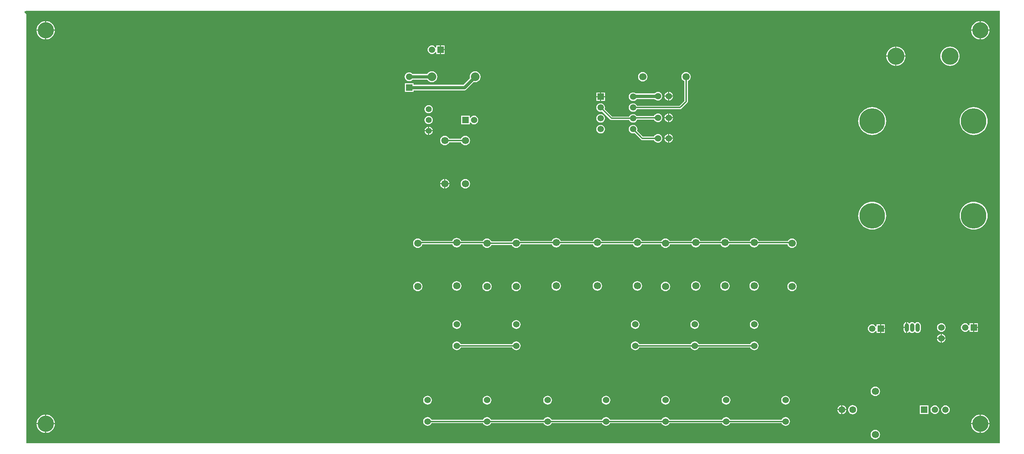
<source format=gbl>
G04 Layer_Physical_Order=2*
G04 Layer_Color=11436288*
%FSAX24Y24*%
%MOIN*%
G70*
G01*
G75*
%ADD11C,0.0120*%
%ADD12C,0.0300*%
%ADD14C,0.0669*%
%ADD15R,0.0610X0.0610*%
%ADD16C,0.0610*%
%ADD17C,0.0591*%
%ADD18R,0.0591X0.0591*%
%ADD19C,0.0600*%
%ADD20C,0.0551*%
%ADD21C,0.0800*%
%ADD22O,0.0394X0.0787*%
%ADD23O,0.0394X0.0787*%
%ADD24C,0.2362*%
%ADD25C,0.1575*%
%ADD26C,0.0630*%
%ADD27C,0.1500*%
G36*
X010000Y050000D02*
X100000D01*
Y010050D01*
X100000Y010000D01*
X010000D01*
Y049700D01*
X009830Y049870D01*
X009838Y049919D01*
X010000Y050000D01*
X010000Y050000D01*
D02*
G37*
%LPC*%
G36*
X049800Y021388D02*
X049696Y021374D01*
X049598Y021334D01*
X049515Y021270D01*
X049451Y021186D01*
X049410Y021089D01*
X049397Y020984D01*
X049410Y020880D01*
X049451Y020783D01*
X049515Y020699D01*
X049598Y020635D01*
X049696Y020595D01*
X049800Y020581D01*
X049904Y020595D01*
X050002Y020635D01*
X050085Y020699D01*
X050149Y020783D01*
X050190Y020880D01*
X050203Y020984D01*
X050190Y021089D01*
X050149Y021186D01*
X050085Y021270D01*
X050002Y021334D01*
X049904Y021374D01*
X049800Y021388D01*
D02*
G37*
G36*
X097989Y020650D02*
X097644D01*
Y020305D01*
X097989D01*
Y020650D01*
D02*
G37*
G36*
X096806Y021099D02*
X096703Y021085D01*
X096607Y021045D01*
X096524Y020982D01*
X096461Y020899D01*
X096421Y020803D01*
X096408Y020700D01*
X096421Y020597D01*
X096461Y020501D01*
X096524Y020418D01*
X096607Y020355D01*
X096703Y020315D01*
X096806Y020301D01*
X096909Y020315D01*
X097006Y020355D01*
X097088Y020418D01*
X097148Y020497D01*
X097154Y020497D01*
X097198Y020463D01*
Y020305D01*
X097544D01*
Y020700D01*
Y021095D01*
X097198D01*
Y020937D01*
X097154Y020903D01*
X097148Y020903D01*
X097088Y020982D01*
X097006Y021045D01*
X096909Y021085D01*
X096806Y021099D01*
D02*
G37*
G36*
X055300Y021388D02*
X055196Y021374D01*
X055098Y021334D01*
X055015Y021270D01*
X054951Y021186D01*
X054910Y021089D01*
X054897Y020984D01*
X054910Y020880D01*
X054951Y020783D01*
X055015Y020699D01*
X055098Y020635D01*
X055196Y020595D01*
X055300Y020581D01*
X055404Y020595D01*
X055502Y020635D01*
X055585Y020699D01*
X055649Y020783D01*
X055690Y020880D01*
X055703Y020984D01*
X055690Y021089D01*
X055649Y021186D01*
X055585Y021270D01*
X055502Y021334D01*
X055404Y021374D01*
X055300Y021388D01*
D02*
G37*
G36*
X077300D02*
X077196Y021374D01*
X077098Y021334D01*
X077015Y021270D01*
X076951Y021186D01*
X076910Y021089D01*
X076897Y020984D01*
X076910Y020880D01*
X076951Y020783D01*
X077015Y020699D01*
X077098Y020635D01*
X077196Y020595D01*
X077300Y020581D01*
X077404Y020595D01*
X077502Y020635D01*
X077585Y020699D01*
X077649Y020783D01*
X077690Y020880D01*
X077703Y020984D01*
X077690Y021089D01*
X077649Y021186D01*
X077585Y021270D01*
X077502Y021334D01*
X077404Y021374D01*
X077300Y021388D01*
D02*
G37*
G36*
X071800D02*
X071696Y021374D01*
X071598Y021334D01*
X071515Y021270D01*
X071451Y021186D01*
X071410Y021089D01*
X071397Y020984D01*
X071410Y020880D01*
X071451Y020783D01*
X071515Y020699D01*
X071598Y020635D01*
X071696Y020595D01*
X071800Y020581D01*
X071904Y020595D01*
X072002Y020635D01*
X072085Y020699D01*
X072149Y020783D01*
X072190Y020880D01*
X072203Y020984D01*
X072190Y021089D01*
X072149Y021186D01*
X072085Y021270D01*
X072002Y021334D01*
X071904Y021374D01*
X071800Y021388D01*
D02*
G37*
G36*
X066300D02*
X066196Y021374D01*
X066098Y021334D01*
X066015Y021270D01*
X065951Y021186D01*
X065910Y021089D01*
X065897Y020984D01*
X065910Y020880D01*
X065951Y020783D01*
X066015Y020699D01*
X066098Y020635D01*
X066196Y020595D01*
X066300Y020581D01*
X066404Y020595D01*
X066502Y020635D01*
X066585Y020699D01*
X066649Y020783D01*
X066690Y020880D01*
X066703Y020984D01*
X066690Y021089D01*
X066649Y021186D01*
X066585Y021270D01*
X066502Y021334D01*
X066404Y021374D01*
X066300Y021388D01*
D02*
G37*
G36*
X094650Y020097D02*
Y019750D01*
X094997D01*
X094990Y019804D01*
X094949Y019902D01*
X094885Y019985D01*
X094802Y020049D01*
X094704Y020090D01*
X094650Y020097D01*
D02*
G37*
G36*
X094550D02*
X094496Y020090D01*
X094398Y020049D01*
X094315Y019985D01*
X094251Y019902D01*
X094210Y019804D01*
X094203Y019750D01*
X094550D01*
Y020097D01*
D02*
G37*
G36*
X094997Y019650D02*
X094650D01*
Y019303D01*
X094704Y019310D01*
X094802Y019351D01*
X094885Y019415D01*
X094949Y019498D01*
X094990Y019596D01*
X094997Y019650D01*
D02*
G37*
G36*
X088206Y020999D02*
X088103Y020985D01*
X088007Y020945D01*
X087924Y020882D01*
X087861Y020799D01*
X087821Y020703D01*
X087808Y020600D01*
X087821Y020497D01*
X087861Y020401D01*
X087924Y020318D01*
X088007Y020255D01*
X088103Y020215D01*
X088206Y020201D01*
X088309Y020215D01*
X088406Y020255D01*
X088488Y020318D01*
X088548Y020397D01*
X088554Y020397D01*
X088598Y020363D01*
Y020205D01*
X088944D01*
Y020600D01*
Y020995D01*
X088598D01*
Y020837D01*
X088554Y020803D01*
X088548Y020803D01*
X088488Y020882D01*
X088406Y020945D01*
X088309Y020985D01*
X088206Y020999D01*
D02*
G37*
G36*
X094600Y021103D02*
X094496Y021090D01*
X094398Y021049D01*
X094315Y020985D01*
X094251Y020902D01*
X094210Y020804D01*
X094197Y020700D01*
X094210Y020596D01*
X094251Y020498D01*
X094315Y020415D01*
X094398Y020351D01*
X094496Y020310D01*
X094600Y020297D01*
X094704Y020310D01*
X094802Y020351D01*
X094885Y020415D01*
X094949Y020498D01*
X094990Y020596D01*
X095003Y020700D01*
X094990Y020804D01*
X094949Y020902D01*
X094885Y020985D01*
X094802Y021049D01*
X094704Y021090D01*
X094600Y021103D01*
D02*
G37*
G36*
X091350Y020650D02*
X091101D01*
Y020503D01*
X091111Y020426D01*
X091141Y020353D01*
X091188Y020291D01*
X091250Y020244D01*
X091323Y020214D01*
X091350Y020210D01*
Y020650D01*
D02*
G37*
G36*
X089389Y020550D02*
X089044D01*
Y020205D01*
X089389D01*
Y020550D01*
D02*
G37*
G36*
Y020995D02*
X089044D01*
Y020650D01*
X089389D01*
Y020995D01*
D02*
G37*
G36*
X059000Y024988D02*
X058887Y024973D01*
X058781Y024930D01*
X058690Y024860D01*
X058620Y024769D01*
X058577Y024663D01*
X058562Y024550D01*
X058577Y024437D01*
X058620Y024331D01*
X058690Y024240D01*
X058781Y024170D01*
X058887Y024127D01*
X059000Y024112D01*
X059113Y024127D01*
X059219Y024170D01*
X059310Y024240D01*
X059380Y024331D01*
X059423Y024437D01*
X059438Y024550D01*
X059423Y024663D01*
X059380Y024769D01*
X059310Y024860D01*
X059219Y024930D01*
X059113Y024973D01*
X059000Y024988D01*
D02*
G37*
G36*
X049800D02*
X049687Y024973D01*
X049581Y024930D01*
X049490Y024860D01*
X049420Y024769D01*
X049377Y024663D01*
X049362Y024550D01*
X049377Y024437D01*
X049420Y024331D01*
X049490Y024240D01*
X049581Y024170D01*
X049687Y024127D01*
X049800Y024112D01*
X049913Y024127D01*
X050019Y024170D01*
X050110Y024240D01*
X050180Y024331D01*
X050223Y024437D01*
X050238Y024550D01*
X050223Y024663D01*
X050180Y024769D01*
X050110Y024860D01*
X050019Y024930D01*
X049913Y024973D01*
X049800Y024988D01*
D02*
G37*
G36*
X080800Y024938D02*
X080687Y024923D01*
X080581Y024880D01*
X080490Y024810D01*
X080420Y024719D01*
X080377Y024613D01*
X080362Y024500D01*
X080377Y024387D01*
X080420Y024281D01*
X080490Y024190D01*
X080581Y024120D01*
X080687Y024077D01*
X080800Y024062D01*
X080913Y024077D01*
X081019Y024120D01*
X081110Y024190D01*
X081180Y024281D01*
X081223Y024387D01*
X081238Y024500D01*
X081223Y024613D01*
X081180Y024719D01*
X081110Y024810D01*
X081019Y024880D01*
X080913Y024923D01*
X080800Y024938D01*
D02*
G37*
G36*
X062800Y024988D02*
X062687Y024973D01*
X062581Y024930D01*
X062490Y024860D01*
X062420Y024769D01*
X062377Y024663D01*
X062362Y024550D01*
X062377Y024437D01*
X062420Y024331D01*
X062490Y024240D01*
X062581Y024170D01*
X062687Y024127D01*
X062800Y024112D01*
X062913Y024127D01*
X063019Y024170D01*
X063110Y024240D01*
X063180Y024331D01*
X063223Y024437D01*
X063238Y024550D01*
X063223Y024663D01*
X063180Y024769D01*
X063110Y024860D01*
X063019Y024930D01*
X062913Y024973D01*
X062800Y024988D01*
D02*
G37*
G36*
X074600D02*
X074487Y024973D01*
X074381Y024930D01*
X074290Y024860D01*
X074220Y024769D01*
X074177Y024663D01*
X074162Y024550D01*
X074177Y024437D01*
X074220Y024331D01*
X074290Y024240D01*
X074381Y024170D01*
X074487Y024127D01*
X074600Y024112D01*
X074713Y024127D01*
X074819Y024170D01*
X074910Y024240D01*
X074980Y024331D01*
X075023Y024437D01*
X075038Y024550D01*
X075023Y024663D01*
X074980Y024769D01*
X074910Y024860D01*
X074819Y024930D01*
X074713Y024973D01*
X074600Y024988D01*
D02*
G37*
G36*
X071900D02*
X071787Y024973D01*
X071681Y024930D01*
X071590Y024860D01*
X071520Y024769D01*
X071477Y024663D01*
X071462Y024550D01*
X071477Y024437D01*
X071520Y024331D01*
X071590Y024240D01*
X071681Y024170D01*
X071787Y024127D01*
X071900Y024112D01*
X072013Y024127D01*
X072119Y024170D01*
X072210Y024240D01*
X072280Y024331D01*
X072323Y024437D01*
X072338Y024550D01*
X072323Y024663D01*
X072280Y024769D01*
X072210Y024860D01*
X072119Y024930D01*
X072013Y024973D01*
X071900Y024988D01*
D02*
G37*
G36*
X066500D02*
X066387Y024973D01*
X066281Y024930D01*
X066190Y024860D01*
X066120Y024769D01*
X066077Y024663D01*
X066062Y024550D01*
X066077Y024437D01*
X066120Y024331D01*
X066190Y024240D01*
X066281Y024170D01*
X066387Y024127D01*
X066500Y024112D01*
X066613Y024127D01*
X066719Y024170D01*
X066810Y024240D01*
X066880Y024331D01*
X066923Y024437D01*
X066938Y024550D01*
X066923Y024663D01*
X066880Y024769D01*
X066810Y024860D01*
X066719Y024930D01*
X066613Y024973D01*
X066500Y024988D01*
D02*
G37*
G36*
X091900Y021196D02*
X091823Y021186D01*
X091750Y021156D01*
X091688Y021109D01*
X091675Y021091D01*
X091625D01*
X091612Y021109D01*
X091550Y021156D01*
X091477Y021186D01*
X091450Y021190D01*
Y020700D01*
Y020210D01*
X091477Y020214D01*
X091550Y020244D01*
X091612Y020291D01*
X091625Y020309D01*
X091675D01*
X091688Y020291D01*
X091750Y020244D01*
X091823Y020214D01*
X091900Y020204D01*
X091977Y020214D01*
X092050Y020244D01*
X092112Y020291D01*
X092125Y020309D01*
X092175D01*
X092188Y020291D01*
X092250Y020244D01*
X092323Y020214D01*
X092400Y020204D01*
X092477Y020214D01*
X092550Y020244D01*
X092612Y020291D01*
X092659Y020353D01*
X092689Y020426D01*
X092699Y020503D01*
Y020897D01*
X092689Y020974D01*
X092659Y021047D01*
X092612Y021109D01*
X092550Y021156D01*
X092477Y021186D01*
X092400Y021196D01*
X092323Y021186D01*
X092250Y021156D01*
X092188Y021109D01*
X092175Y021091D01*
X092125D01*
X092112Y021109D01*
X092050Y021156D01*
X091977Y021186D01*
X091900Y021196D01*
D02*
G37*
G36*
X097989Y021095D02*
X097644D01*
Y020750D01*
X097989D01*
Y021095D01*
D02*
G37*
G36*
X091350Y021190D02*
X091323Y021186D01*
X091250Y021156D01*
X091188Y021109D01*
X091141Y021047D01*
X091111Y020974D01*
X091101Y020897D01*
Y020750D01*
X091350D01*
Y021190D01*
D02*
G37*
G36*
X046200Y024938D02*
X046087Y024923D01*
X045981Y024880D01*
X045890Y024810D01*
X045820Y024719D01*
X045777Y024613D01*
X045762Y024500D01*
X045777Y024387D01*
X045820Y024281D01*
X045890Y024190D01*
X045981Y024120D01*
X046087Y024077D01*
X046200Y024062D01*
X046313Y024077D01*
X046419Y024120D01*
X046510Y024190D01*
X046580Y024281D01*
X046623Y024387D01*
X046638Y024500D01*
X046623Y024613D01*
X046580Y024719D01*
X046510Y024810D01*
X046419Y024880D01*
X046313Y024923D01*
X046200Y024938D01*
D02*
G37*
G36*
X069100D02*
X068987Y024923D01*
X068881Y024880D01*
X068790Y024810D01*
X068720Y024719D01*
X068677Y024613D01*
X068662Y024500D01*
X068677Y024387D01*
X068720Y024281D01*
X068790Y024190D01*
X068881Y024120D01*
X068987Y024077D01*
X069100Y024062D01*
X069213Y024077D01*
X069319Y024120D01*
X069410Y024190D01*
X069480Y024281D01*
X069523Y024387D01*
X069538Y024500D01*
X069523Y024613D01*
X069480Y024719D01*
X069410Y024810D01*
X069319Y024880D01*
X069213Y024923D01*
X069100Y024938D01*
D02*
G37*
G36*
X055300D02*
X055187Y024923D01*
X055081Y024880D01*
X054990Y024810D01*
X054920Y024719D01*
X054877Y024613D01*
X054862Y024500D01*
X054877Y024387D01*
X054920Y024281D01*
X054990Y024190D01*
X055081Y024120D01*
X055187Y024077D01*
X055300Y024062D01*
X055413Y024077D01*
X055519Y024120D01*
X055610Y024190D01*
X055680Y024281D01*
X055723Y024387D01*
X055738Y024500D01*
X055723Y024613D01*
X055680Y024719D01*
X055610Y024810D01*
X055519Y024880D01*
X055413Y024923D01*
X055300Y024938D01*
D02*
G37*
G36*
X052600D02*
X052487Y024923D01*
X052381Y024880D01*
X052290Y024810D01*
X052220Y024719D01*
X052177Y024613D01*
X052162Y024500D01*
X052177Y024387D01*
X052220Y024281D01*
X052290Y024190D01*
X052381Y024120D01*
X052487Y024077D01*
X052600Y024062D01*
X052713Y024077D01*
X052819Y024120D01*
X052910Y024190D01*
X052980Y024281D01*
X053023Y024387D01*
X053038Y024500D01*
X053023Y024613D01*
X052980Y024719D01*
X052910Y024810D01*
X052819Y024880D01*
X052713Y024923D01*
X052600Y024938D01*
D02*
G37*
G36*
X080200Y012419D02*
X080096Y012405D01*
X079998Y012365D01*
X079915Y012301D01*
X079851Y012217D01*
X079835Y012179D01*
X075065D01*
X075049Y012217D01*
X074985Y012301D01*
X074902Y012365D01*
X074804Y012405D01*
X074700Y012419D01*
X074596Y012405D01*
X074498Y012365D01*
X074415Y012301D01*
X074351Y012217D01*
X074335Y012179D01*
X069465D01*
X069449Y012217D01*
X069385Y012301D01*
X069302Y012365D01*
X069204Y012405D01*
X069100Y012419D01*
X068996Y012405D01*
X068898Y012365D01*
X068815Y012301D01*
X068751Y012217D01*
X068735Y012179D01*
X063965D01*
X063949Y012217D01*
X063885Y012301D01*
X063802Y012365D01*
X063704Y012405D01*
X063600Y012419D01*
X063496Y012405D01*
X063398Y012365D01*
X063315Y012301D01*
X063251Y012217D01*
X063235Y012179D01*
X058565D01*
X058549Y012217D01*
X058485Y012301D01*
X058402Y012365D01*
X058304Y012405D01*
X058200Y012419D01*
X058096Y012405D01*
X057998Y012365D01*
X057915Y012301D01*
X057851Y012217D01*
X057835Y012179D01*
X052965D01*
X052949Y012217D01*
X052885Y012301D01*
X052802Y012365D01*
X052704Y012405D01*
X052600Y012419D01*
X052496Y012405D01*
X052398Y012365D01*
X052315Y012301D01*
X052251Y012217D01*
X052235Y012179D01*
X047465D01*
X047449Y012217D01*
X047385Y012301D01*
X047302Y012365D01*
X047204Y012405D01*
X047100Y012419D01*
X046996Y012405D01*
X046898Y012365D01*
X046815Y012301D01*
X046751Y012217D01*
X046710Y012120D01*
X046697Y012016D01*
X046710Y011911D01*
X046751Y011814D01*
X046815Y011730D01*
X046898Y011666D01*
X046996Y011626D01*
X047100Y011612D01*
X047204Y011626D01*
X047302Y011666D01*
X047385Y011730D01*
X047449Y011814D01*
X047465Y011853D01*
X052235D01*
X052251Y011814D01*
X052315Y011730D01*
X052398Y011666D01*
X052496Y011626D01*
X052600Y011612D01*
X052704Y011626D01*
X052802Y011666D01*
X052885Y011730D01*
X052949Y011814D01*
X052965Y011853D01*
X057835D01*
X057851Y011814D01*
X057915Y011730D01*
X057998Y011666D01*
X058096Y011626D01*
X058200Y011612D01*
X058304Y011626D01*
X058402Y011666D01*
X058485Y011730D01*
X058549Y011814D01*
X058565Y011853D01*
X063235D01*
X063251Y011814D01*
X063315Y011730D01*
X063398Y011666D01*
X063496Y011626D01*
X063600Y011612D01*
X063704Y011626D01*
X063802Y011666D01*
X063885Y011730D01*
X063949Y011814D01*
X063965Y011853D01*
X068735D01*
X068751Y011814D01*
X068815Y011730D01*
X068898Y011666D01*
X068996Y011626D01*
X069100Y011612D01*
X069204Y011626D01*
X069302Y011666D01*
X069385Y011730D01*
X069449Y011814D01*
X069465Y011853D01*
X074335D01*
X074351Y011814D01*
X074415Y011730D01*
X074498Y011666D01*
X074596Y011626D01*
X074700Y011612D01*
X074804Y011626D01*
X074902Y011666D01*
X074985Y011730D01*
X075049Y011814D01*
X075065Y011853D01*
X079835D01*
X079851Y011814D01*
X079915Y011730D01*
X079998Y011666D01*
X080096Y011626D01*
X080200Y011612D01*
X080304Y011626D01*
X080402Y011666D01*
X080485Y011730D01*
X080549Y011814D01*
X080590Y011911D01*
X080603Y012016D01*
X080590Y012120D01*
X080549Y012217D01*
X080485Y012301D01*
X080402Y012365D01*
X080304Y012405D01*
X080200Y012419D01*
D02*
G37*
G36*
X098250Y012649D02*
Y011850D01*
X099049D01*
X099038Y011967D01*
X098989Y012127D01*
X098910Y012275D01*
X098804Y012404D01*
X098675Y012510D01*
X098527Y012589D01*
X098367Y012638D01*
X098250Y012649D01*
D02*
G37*
G36*
X098150D02*
X098033Y012638D01*
X097873Y012589D01*
X097725Y012510D01*
X097596Y012404D01*
X097490Y012275D01*
X097411Y012127D01*
X097362Y011967D01*
X097351Y011850D01*
X098150D01*
Y012649D01*
D02*
G37*
G36*
X086400Y013519D02*
X086292Y013504D01*
X086191Y013462D01*
X086104Y013396D01*
X086038Y013309D01*
X085996Y013208D01*
X085981Y013100D01*
X085996Y012992D01*
X086038Y012891D01*
X086104Y012804D01*
X086191Y012738D01*
X086292Y012696D01*
X086400Y012681D01*
X086508Y012696D01*
X086609Y012738D01*
X086696Y012804D01*
X086762Y012891D01*
X086804Y012992D01*
X086819Y013100D01*
X086804Y013208D01*
X086762Y013309D01*
X086696Y013396D01*
X086609Y013462D01*
X086508Y013504D01*
X086400Y013519D01*
D02*
G37*
G36*
X094000Y013499D02*
X093897Y013485D01*
X093801Y013445D01*
X093718Y013382D01*
X093655Y013299D01*
X093615Y013203D01*
X093601Y013100D01*
X093615Y012997D01*
X093655Y012901D01*
X093718Y012818D01*
X093801Y012755D01*
X093897Y012715D01*
X094000Y012701D01*
X094103Y012715D01*
X094199Y012755D01*
X094282Y012818D01*
X094345Y012901D01*
X094385Y012997D01*
X094399Y013100D01*
X094385Y013203D01*
X094345Y013299D01*
X094282Y013382D01*
X094199Y013445D01*
X094103Y013485D01*
X094000Y013499D01*
D02*
G37*
G36*
X085812Y013050D02*
X085450D01*
Y012688D01*
X085508Y012696D01*
X085609Y012738D01*
X085696Y012804D01*
X085762Y012891D01*
X085804Y012992D01*
X085812Y013050D01*
D02*
G37*
G36*
X085350D02*
X084988D01*
X084996Y012992D01*
X085038Y012891D01*
X085104Y012804D01*
X085191Y012738D01*
X085292Y012696D01*
X085350Y012688D01*
Y013050D01*
D02*
G37*
G36*
X012649Y011750D02*
X011850D01*
Y010951D01*
X011967Y010962D01*
X012127Y011011D01*
X012275Y011090D01*
X012404Y011196D01*
X012510Y011325D01*
X012589Y011473D01*
X012638Y011633D01*
X012649Y011750D01*
D02*
G37*
G36*
X011750D02*
X010951D01*
X010962Y011633D01*
X011011Y011473D01*
X011090Y011325D01*
X011196Y011196D01*
X011325Y011090D01*
X011473Y011011D01*
X011633Y010962D01*
X011750Y010951D01*
Y011750D01*
D02*
G37*
G36*
X088500Y011238D02*
X088387Y011223D01*
X088281Y011180D01*
X088190Y011110D01*
X088120Y011019D01*
X088077Y010913D01*
X088062Y010800D01*
X088077Y010687D01*
X088120Y010581D01*
X088190Y010490D01*
X088281Y010420D01*
X088387Y010377D01*
X088500Y010362D01*
X088613Y010377D01*
X088719Y010420D01*
X088810Y010490D01*
X088880Y010581D01*
X088923Y010687D01*
X088938Y010800D01*
X088923Y010913D01*
X088880Y011019D01*
X088810Y011110D01*
X088719Y011180D01*
X088613Y011223D01*
X088500Y011238D01*
D02*
G37*
G36*
X098150Y011750D02*
X097351D01*
X097362Y011633D01*
X097411Y011473D01*
X097490Y011325D01*
X097596Y011196D01*
X097725Y011090D01*
X097873Y011011D01*
X098033Y010962D01*
X098150Y010951D01*
Y011750D01*
D02*
G37*
G36*
X011850Y012649D02*
Y011850D01*
X012649D01*
X012638Y011967D01*
X012589Y012127D01*
X012510Y012275D01*
X012404Y012404D01*
X012275Y012510D01*
X012127Y012589D01*
X011967Y012638D01*
X011850Y012649D01*
D02*
G37*
G36*
X011750D02*
X011633Y012638D01*
X011473Y012589D01*
X011325Y012510D01*
X011196Y012404D01*
X011090Y012275D01*
X011011Y012127D01*
X010962Y011967D01*
X010951Y011850D01*
X011750D01*
Y012649D01*
D02*
G37*
G36*
X099049Y011750D02*
X098250D01*
Y010951D01*
X098367Y010962D01*
X098527Y011011D01*
X098675Y011090D01*
X098804Y011196D01*
X098910Y011325D01*
X098989Y011473D01*
X099038Y011633D01*
X099049Y011750D01*
D02*
G37*
G36*
X094984Y013499D02*
X094881Y013485D01*
X094785Y013445D01*
X094702Y013382D01*
X094639Y013299D01*
X094599Y013203D01*
X094586Y013100D01*
X094599Y012997D01*
X094639Y012901D01*
X094702Y012818D01*
X094785Y012755D01*
X094881Y012715D01*
X094984Y012701D01*
X095087Y012715D01*
X095184Y012755D01*
X095266Y012818D01*
X095330Y012901D01*
X095369Y012997D01*
X095383Y013100D01*
X095369Y013203D01*
X095330Y013299D01*
X095266Y013382D01*
X095184Y013445D01*
X095087Y013485D01*
X094984Y013499D01*
D02*
G37*
G36*
X080200Y014388D02*
X080096Y014374D01*
X079998Y014334D01*
X079915Y014270D01*
X079851Y014186D01*
X079810Y014089D01*
X079797Y013984D01*
X079810Y013880D01*
X079851Y013783D01*
X079915Y013699D01*
X079998Y013635D01*
X080096Y013595D01*
X080200Y013581D01*
X080304Y013595D01*
X080402Y013635D01*
X080485Y013699D01*
X080549Y013783D01*
X080590Y013880D01*
X080603Y013984D01*
X080590Y014089D01*
X080549Y014186D01*
X080485Y014270D01*
X080402Y014334D01*
X080304Y014374D01*
X080200Y014388D01*
D02*
G37*
G36*
X074700D02*
X074596Y014374D01*
X074498Y014334D01*
X074415Y014270D01*
X074351Y014186D01*
X074310Y014089D01*
X074297Y013984D01*
X074310Y013880D01*
X074351Y013783D01*
X074415Y013699D01*
X074498Y013635D01*
X074596Y013595D01*
X074700Y013581D01*
X074804Y013595D01*
X074902Y013635D01*
X074985Y013699D01*
X075049Y013783D01*
X075090Y013880D01*
X075103Y013984D01*
X075090Y014089D01*
X075049Y014186D01*
X074985Y014270D01*
X074902Y014334D01*
X074804Y014374D01*
X074700Y014388D01*
D02*
G37*
G36*
X069100D02*
X068996Y014374D01*
X068898Y014334D01*
X068815Y014270D01*
X068751Y014186D01*
X068710Y014089D01*
X068697Y013984D01*
X068710Y013880D01*
X068751Y013783D01*
X068815Y013699D01*
X068898Y013635D01*
X068996Y013595D01*
X069100Y013581D01*
X069204Y013595D01*
X069302Y013635D01*
X069385Y013699D01*
X069449Y013783D01*
X069490Y013880D01*
X069503Y013984D01*
X069490Y014089D01*
X069449Y014186D01*
X069385Y014270D01*
X069302Y014334D01*
X069204Y014374D01*
X069100Y014388D01*
D02*
G37*
G36*
X088500Y015238D02*
X088387Y015223D01*
X088281Y015180D01*
X088190Y015110D01*
X088120Y015019D01*
X088077Y014913D01*
X088062Y014800D01*
X088077Y014687D01*
X088120Y014581D01*
X088190Y014490D01*
X088281Y014420D01*
X088387Y014377D01*
X088500Y014362D01*
X088613Y014377D01*
X088719Y014420D01*
X088810Y014490D01*
X088880Y014581D01*
X088923Y014687D01*
X088938Y014800D01*
X088923Y014913D01*
X088880Y015019D01*
X088810Y015110D01*
X088719Y015180D01*
X088613Y015223D01*
X088500Y015238D01*
D02*
G37*
G36*
X094550Y019650D02*
X094203D01*
X094210Y019596D01*
X094251Y019498D01*
X094315Y019415D01*
X094398Y019351D01*
X094496Y019310D01*
X094550Y019303D01*
Y019650D01*
D02*
G37*
G36*
X077300Y019419D02*
X077196Y019405D01*
X077098Y019365D01*
X077015Y019301D01*
X076951Y019217D01*
X076935Y019179D01*
X072165D01*
X072149Y019217D01*
X072085Y019301D01*
X072002Y019365D01*
X071904Y019405D01*
X071800Y019419D01*
X071696Y019405D01*
X071598Y019365D01*
X071515Y019301D01*
X071451Y019217D01*
X071435Y019179D01*
X066665D01*
X066649Y019217D01*
X066585Y019301D01*
X066502Y019365D01*
X066404Y019405D01*
X066300Y019419D01*
X066196Y019405D01*
X066098Y019365D01*
X066015Y019301D01*
X065951Y019217D01*
X065910Y019120D01*
X065897Y019016D01*
X065910Y018911D01*
X065951Y018814D01*
X066015Y018730D01*
X066098Y018666D01*
X066196Y018626D01*
X066300Y018612D01*
X066404Y018626D01*
X066502Y018666D01*
X066585Y018730D01*
X066649Y018814D01*
X066665Y018853D01*
X071435D01*
X071451Y018814D01*
X071515Y018730D01*
X071598Y018666D01*
X071696Y018626D01*
X071800Y018612D01*
X071904Y018626D01*
X072002Y018666D01*
X072085Y018730D01*
X072149Y018814D01*
X072165Y018853D01*
X076935D01*
X076951Y018814D01*
X077015Y018730D01*
X077098Y018666D01*
X077196Y018626D01*
X077300Y018612D01*
X077404Y018626D01*
X077502Y018666D01*
X077585Y018730D01*
X077649Y018814D01*
X077690Y018911D01*
X077703Y019016D01*
X077690Y019120D01*
X077649Y019217D01*
X077585Y019301D01*
X077502Y019365D01*
X077404Y019405D01*
X077300Y019419D01*
D02*
G37*
G36*
X055300D02*
X055196Y019405D01*
X055098Y019365D01*
X055015Y019301D01*
X054951Y019217D01*
X054935Y019179D01*
X050165D01*
X050149Y019217D01*
X050085Y019301D01*
X050002Y019365D01*
X049904Y019405D01*
X049800Y019419D01*
X049696Y019405D01*
X049598Y019365D01*
X049515Y019301D01*
X049451Y019217D01*
X049410Y019120D01*
X049397Y019016D01*
X049410Y018911D01*
X049451Y018814D01*
X049515Y018730D01*
X049598Y018666D01*
X049696Y018626D01*
X049800Y018612D01*
X049904Y018626D01*
X050002Y018666D01*
X050085Y018730D01*
X050149Y018814D01*
X050165Y018853D01*
X054935D01*
X054951Y018814D01*
X055015Y018730D01*
X055098Y018666D01*
X055196Y018626D01*
X055300Y018612D01*
X055404Y018626D01*
X055502Y018666D01*
X055585Y018730D01*
X055649Y018814D01*
X055690Y018911D01*
X055703Y019016D01*
X055690Y019120D01*
X055649Y019217D01*
X055585Y019301D01*
X055502Y019365D01*
X055404Y019405D01*
X055300Y019419D01*
D02*
G37*
G36*
X085450Y013512D02*
Y013150D01*
X085812D01*
X085804Y013208D01*
X085762Y013309D01*
X085696Y013396D01*
X085609Y013462D01*
X085508Y013504D01*
X085450Y013512D01*
D02*
G37*
G36*
X085350D02*
X085292Y013504D01*
X085191Y013462D01*
X085104Y013396D01*
X085038Y013309D01*
X084996Y013208D01*
X084988Y013150D01*
X085350D01*
Y013512D01*
D02*
G37*
G36*
X093411Y013495D02*
X092620D01*
Y012705D01*
X093411D01*
Y013495D01*
D02*
G37*
G36*
X047100Y014388D02*
X046996Y014374D01*
X046898Y014334D01*
X046815Y014270D01*
X046751Y014186D01*
X046710Y014089D01*
X046697Y013984D01*
X046710Y013880D01*
X046751Y013783D01*
X046815Y013699D01*
X046898Y013635D01*
X046996Y013595D01*
X047100Y013581D01*
X047204Y013595D01*
X047302Y013635D01*
X047385Y013699D01*
X047449Y013783D01*
X047490Y013880D01*
X047503Y013984D01*
X047490Y014089D01*
X047449Y014186D01*
X047385Y014270D01*
X047302Y014334D01*
X047204Y014374D01*
X047100Y014388D01*
D02*
G37*
G36*
X063600D02*
X063496Y014374D01*
X063398Y014334D01*
X063315Y014270D01*
X063251Y014186D01*
X063210Y014089D01*
X063197Y013984D01*
X063210Y013880D01*
X063251Y013783D01*
X063315Y013699D01*
X063398Y013635D01*
X063496Y013595D01*
X063600Y013581D01*
X063704Y013595D01*
X063802Y013635D01*
X063885Y013699D01*
X063949Y013783D01*
X063990Y013880D01*
X064003Y013984D01*
X063990Y014089D01*
X063949Y014186D01*
X063885Y014270D01*
X063802Y014334D01*
X063704Y014374D01*
X063600Y014388D01*
D02*
G37*
G36*
X058200D02*
X058096Y014374D01*
X057998Y014334D01*
X057915Y014270D01*
X057851Y014186D01*
X057810Y014089D01*
X057797Y013984D01*
X057810Y013880D01*
X057851Y013783D01*
X057915Y013699D01*
X057998Y013635D01*
X058096Y013595D01*
X058200Y013581D01*
X058304Y013595D01*
X058402Y013635D01*
X058485Y013699D01*
X058549Y013783D01*
X058590Y013880D01*
X058603Y013984D01*
X058590Y014089D01*
X058549Y014186D01*
X058485Y014270D01*
X058402Y014334D01*
X058304Y014374D01*
X058200Y014388D01*
D02*
G37*
G36*
X052600D02*
X052496Y014374D01*
X052398Y014334D01*
X052315Y014270D01*
X052251Y014186D01*
X052210Y014089D01*
X052197Y013984D01*
X052210Y013880D01*
X052251Y013783D01*
X052315Y013699D01*
X052398Y013635D01*
X052496Y013595D01*
X052600Y013581D01*
X052704Y013595D01*
X052802Y013635D01*
X052885Y013699D01*
X052949Y013783D01*
X052990Y013880D01*
X053003Y013984D01*
X052990Y014089D01*
X052949Y014186D01*
X052885Y014270D01*
X052802Y014334D01*
X052704Y014374D01*
X052600Y014388D01*
D02*
G37*
G36*
X077300Y024988D02*
X077187Y024973D01*
X077081Y024930D01*
X076990Y024860D01*
X076920Y024769D01*
X076877Y024663D01*
X076862Y024550D01*
X076877Y024437D01*
X076920Y024331D01*
X076990Y024240D01*
X077081Y024170D01*
X077187Y024127D01*
X077300Y024112D01*
X077413Y024127D01*
X077519Y024170D01*
X077610Y024240D01*
X077680Y024331D01*
X077723Y024437D01*
X077738Y024550D01*
X077723Y024663D01*
X077680Y024769D01*
X077610Y024860D01*
X077519Y024930D01*
X077413Y024973D01*
X077300Y024988D01*
D02*
G37*
G36*
X068400Y042503D02*
X068296Y042490D01*
X068198Y042449D01*
X068115Y042385D01*
X068091Y042355D01*
X066352D01*
X066299Y042395D01*
X066203Y042435D01*
X066100Y042449D01*
X065997Y042435D01*
X065901Y042395D01*
X065818Y042332D01*
X065755Y042249D01*
X065715Y042153D01*
X065701Y042050D01*
X065715Y041947D01*
X065755Y041851D01*
X065818Y041768D01*
X065901Y041705D01*
X065997Y041665D01*
X066100Y041651D01*
X066203Y041665D01*
X066299Y041705D01*
X066382Y041768D01*
X066441Y041845D01*
X068091D01*
X068115Y041815D01*
X068198Y041751D01*
X068296Y041710D01*
X068400Y041697D01*
X068504Y041710D01*
X068602Y041751D01*
X068685Y041815D01*
X068749Y041898D01*
X068790Y041996D01*
X068803Y042100D01*
X068790Y042204D01*
X068749Y042302D01*
X068685Y042385D01*
X068602Y042449D01*
X068504Y042490D01*
X068400Y042503D01*
D02*
G37*
G36*
X069450Y042497D02*
Y042150D01*
X069797D01*
X069790Y042204D01*
X069749Y042302D01*
X069685Y042385D01*
X069602Y042449D01*
X069504Y042490D01*
X069450Y042497D01*
D02*
G37*
G36*
X069350D02*
X069296Y042490D01*
X069198Y042449D01*
X069115Y042385D01*
X069051Y042302D01*
X069010Y042204D01*
X069003Y042150D01*
X069350D01*
Y042497D01*
D02*
G37*
G36*
X051500Y044404D02*
X051369Y044387D01*
X051248Y044337D01*
X051143Y044257D01*
X051063Y044152D01*
X051013Y044031D01*
X050996Y043900D01*
X051012Y043773D01*
X050394Y043155D01*
X045805D01*
Y043305D01*
X044995D01*
Y042495D01*
X045805D01*
Y042645D01*
X050500D01*
X050598Y042664D01*
X050680Y042720D01*
X051373Y043412D01*
X051500Y043396D01*
X051631Y043413D01*
X051752Y043463D01*
X051857Y043543D01*
X051937Y043648D01*
X051987Y043769D01*
X052004Y043900D01*
X051987Y044031D01*
X051937Y044152D01*
X051857Y044257D01*
X051752Y044337D01*
X051631Y044387D01*
X051500Y044404D01*
D02*
G37*
G36*
X095400Y046692D02*
X095226Y046675D01*
X095059Y046624D01*
X094905Y046542D01*
X094769Y046431D01*
X094659Y046296D01*
X094576Y046142D01*
X094525Y045974D01*
X094508Y045800D01*
X094525Y045626D01*
X094576Y045459D01*
X094659Y045305D01*
X094769Y045170D01*
X094905Y045059D01*
X095059Y044977D01*
X095226Y044926D01*
X095400Y044909D01*
X095574Y044926D01*
X095741Y044977D01*
X095895Y045059D01*
X096031Y045170D01*
X096141Y045305D01*
X096224Y045459D01*
X096275Y045626D01*
X096292Y045800D01*
X096275Y045974D01*
X096224Y046142D01*
X096141Y046296D01*
X096031Y046431D01*
X095895Y046542D01*
X095741Y046624D01*
X095574Y046675D01*
X095400Y046692D01*
D02*
G37*
G36*
X047500Y044404D02*
X047369Y044387D01*
X047248Y044337D01*
X047143Y044257D01*
X047065Y044155D01*
X045715D01*
X045689Y044189D01*
X045604Y044254D01*
X045506Y044295D01*
X045400Y044309D01*
X045294Y044295D01*
X045196Y044254D01*
X045111Y044189D01*
X045046Y044104D01*
X045005Y044006D01*
X044991Y043900D01*
X045005Y043794D01*
X045046Y043696D01*
X045111Y043611D01*
X045196Y043546D01*
X045294Y043505D01*
X045400Y043491D01*
X045506Y043505D01*
X045604Y043546D01*
X045689Y043611D01*
X045715Y043645D01*
X047065D01*
X047143Y043543D01*
X047248Y043463D01*
X047369Y043413D01*
X047500Y043396D01*
X047631Y043413D01*
X047752Y043463D01*
X047857Y043543D01*
X047937Y043648D01*
X047987Y043769D01*
X048004Y043900D01*
X047987Y044031D01*
X047937Y044152D01*
X047857Y044257D01*
X047752Y044337D01*
X047631Y044387D01*
X047500Y044404D01*
D02*
G37*
G36*
X067000Y044338D02*
X066887Y044323D01*
X066781Y044280D01*
X066690Y044210D01*
X066620Y044119D01*
X066577Y044013D01*
X066562Y043900D01*
X066577Y043787D01*
X066620Y043681D01*
X066690Y043590D01*
X066781Y043520D01*
X066887Y043477D01*
X067000Y043462D01*
X067113Y043477D01*
X067219Y043520D01*
X067310Y043590D01*
X067380Y043681D01*
X067423Y043787D01*
X067438Y043900D01*
X067423Y044013D01*
X067380Y044119D01*
X067310Y044210D01*
X067219Y044280D01*
X067113Y044323D01*
X067000Y044338D01*
D02*
G37*
G36*
X063495Y042000D02*
X063150D01*
Y041655D01*
X063495D01*
Y042000D01*
D02*
G37*
G36*
X063050D02*
X062705D01*
Y041655D01*
X063050D01*
Y042000D01*
D02*
G37*
G36*
X071000Y044338D02*
X070887Y044323D01*
X070781Y044280D01*
X070690Y044210D01*
X070620Y044119D01*
X070577Y044013D01*
X070562Y043900D01*
X070577Y043787D01*
X070620Y043681D01*
X070690Y043590D01*
X070781Y043520D01*
X070837Y043497D01*
Y041668D01*
X070382Y041213D01*
X066460D01*
X066445Y041249D01*
X066382Y041332D01*
X066299Y041395D01*
X066203Y041435D01*
X066100Y041449D01*
X065997Y041435D01*
X065901Y041395D01*
X065818Y041332D01*
X065755Y041249D01*
X065715Y041153D01*
X065701Y041050D01*
X065715Y040947D01*
X065755Y040851D01*
X065818Y040768D01*
X065901Y040705D01*
X065997Y040665D01*
X066100Y040651D01*
X066203Y040665D01*
X066299Y040705D01*
X066382Y040768D01*
X066445Y040851D01*
X066460Y040887D01*
X070450D01*
X070512Y040899D01*
X070565Y040935D01*
X071115Y041485D01*
X071151Y041538D01*
X071163Y041600D01*
Y043497D01*
X071219Y043520D01*
X071310Y043590D01*
X071380Y043681D01*
X071423Y043787D01*
X071438Y043900D01*
X071423Y044013D01*
X071380Y044119D01*
X071310Y044210D01*
X071219Y044280D01*
X071113Y044323D01*
X071000Y044338D01*
D02*
G37*
G36*
X069350Y042050D02*
X069003D01*
X069010Y041996D01*
X069051Y041898D01*
X069115Y041815D01*
X069198Y041751D01*
X069296Y041710D01*
X069350Y041703D01*
Y042050D01*
D02*
G37*
G36*
X063495Y042445D02*
X063150D01*
Y042100D01*
X063495D01*
Y042445D01*
D02*
G37*
G36*
X063050D02*
X062705D01*
Y042100D01*
X063050D01*
Y042445D01*
D02*
G37*
G36*
X069797Y042050D02*
X069450D01*
Y041703D01*
X069504Y041710D01*
X069602Y041751D01*
X069685Y041815D01*
X069749Y041898D01*
X069790Y041996D01*
X069797Y042050D01*
D02*
G37*
G36*
X090350Y045750D02*
X089513D01*
X089525Y045626D01*
X089576Y045459D01*
X089659Y045305D01*
X089769Y045170D01*
X089905Y045059D01*
X090059Y044977D01*
X090226Y044926D01*
X090350Y044914D01*
Y045750D01*
D02*
G37*
G36*
X099049Y048150D02*
X098250D01*
Y047351D01*
X098367Y047362D01*
X098527Y047411D01*
X098675Y047490D01*
X098804Y047596D01*
X098910Y047725D01*
X098989Y047873D01*
X099038Y048033D01*
X099049Y048150D01*
D02*
G37*
G36*
X098150D02*
X097351D01*
X097362Y048033D01*
X097411Y047873D01*
X097490Y047725D01*
X097596Y047596D01*
X097725Y047490D01*
X097873Y047411D01*
X098033Y047362D01*
X098150Y047351D01*
Y048150D01*
D02*
G37*
G36*
X012649D02*
X011850D01*
Y047351D01*
X011967Y047362D01*
X012127Y047411D01*
X012275Y047490D01*
X012404Y047596D01*
X012510Y047725D01*
X012589Y047873D01*
X012638Y048033D01*
X012649Y048150D01*
D02*
G37*
G36*
X011750Y049049D02*
X011633Y049038D01*
X011473Y048989D01*
X011325Y048910D01*
X011196Y048804D01*
X011090Y048675D01*
X011011Y048527D01*
X010962Y048367D01*
X010951Y048250D01*
X011750D01*
Y049049D01*
D02*
G37*
G36*
X098250D02*
Y048250D01*
X099049D01*
X099038Y048367D01*
X098989Y048527D01*
X098910Y048675D01*
X098804Y048804D01*
X098675Y048910D01*
X098527Y048989D01*
X098367Y049038D01*
X098250Y049049D01*
D02*
G37*
G36*
X098150D02*
X098033Y049038D01*
X097873Y048989D01*
X097725Y048910D01*
X097596Y048804D01*
X097490Y048675D01*
X097411Y048527D01*
X097362Y048367D01*
X097351Y048250D01*
X098150D01*
Y049049D01*
D02*
G37*
G36*
X011850D02*
Y048250D01*
X012649D01*
X012638Y048367D01*
X012589Y048527D01*
X012510Y048675D01*
X012404Y048804D01*
X012275Y048910D01*
X012127Y048989D01*
X011967Y049038D01*
X011850Y049049D01*
D02*
G37*
G36*
X090450Y046687D02*
Y045850D01*
X091287D01*
X091275Y045974D01*
X091224Y046142D01*
X091141Y046296D01*
X091031Y046431D01*
X090895Y046542D01*
X090741Y046624D01*
X090574Y046675D01*
X090450Y046687D01*
D02*
G37*
G36*
X090350D02*
X090226Y046675D01*
X090059Y046624D01*
X089905Y046542D01*
X089769Y046431D01*
X089659Y046296D01*
X089576Y046142D01*
X089525Y045974D01*
X089513Y045850D01*
X090350D01*
Y046687D01*
D02*
G37*
G36*
X091287Y045750D02*
X090450D01*
Y044914D01*
X090574Y044926D01*
X090741Y044977D01*
X090895Y045059D01*
X091031Y045170D01*
X091141Y045305D01*
X091224Y045459D01*
X091275Y045626D01*
X091287Y045750D01*
D02*
G37*
G36*
X047506Y046799D02*
X047403Y046785D01*
X047307Y046745D01*
X047224Y046682D01*
X047161Y046599D01*
X047121Y046503D01*
X047108Y046400D01*
X047121Y046297D01*
X047161Y046201D01*
X047224Y046118D01*
X047307Y046055D01*
X047403Y046015D01*
X047506Y046001D01*
X047609Y046015D01*
X047706Y046055D01*
X047788Y046118D01*
X047848Y046197D01*
X047854Y046197D01*
X047898Y046163D01*
Y046005D01*
X048244D01*
Y046400D01*
Y046795D01*
X047898D01*
Y046637D01*
X047854Y046603D01*
X047848Y046603D01*
X047788Y046682D01*
X047706Y046745D01*
X047609Y046785D01*
X047506Y046799D01*
D02*
G37*
G36*
X011750Y048150D02*
X010951D01*
X010962Y048033D01*
X011011Y047873D01*
X011090Y047725D01*
X011196Y047596D01*
X011325Y047490D01*
X011473Y047411D01*
X011633Y047362D01*
X011750Y047351D01*
Y048150D01*
D02*
G37*
G36*
X048689Y046795D02*
X048344D01*
Y046450D01*
X048689D01*
Y046795D01*
D02*
G37*
G36*
Y046350D02*
X048344D01*
Y046005D01*
X048689D01*
Y046350D01*
D02*
G37*
G36*
X047200Y041279D02*
X047102Y041266D01*
X047011Y041228D01*
X046932Y041168D01*
X046872Y041089D01*
X046834Y040998D01*
X046821Y040900D01*
X046834Y040802D01*
X046872Y040711D01*
X046932Y040632D01*
X047011Y040572D01*
X047102Y040534D01*
X047200Y040521D01*
X047298Y040534D01*
X047389Y040572D01*
X047468Y040632D01*
X047528Y040711D01*
X047566Y040802D01*
X047579Y040900D01*
X047566Y040998D01*
X047528Y041089D01*
X047468Y041168D01*
X047389Y041228D01*
X047298Y041266D01*
X047200Y041279D01*
D02*
G37*
G36*
X069350Y038150D02*
X069003D01*
X069010Y038096D01*
X069051Y037998D01*
X069115Y037915D01*
X069198Y037851D01*
X069296Y037810D01*
X069350Y037803D01*
Y038150D01*
D02*
G37*
G36*
X066100Y039449D02*
X065997Y039435D01*
X065901Y039395D01*
X065818Y039332D01*
X065755Y039249D01*
X065715Y039153D01*
X065701Y039050D01*
X065715Y038947D01*
X065755Y038851D01*
X065818Y038768D01*
X065901Y038705D01*
X065997Y038665D01*
X066100Y038651D01*
X066203Y038665D01*
X066239Y038680D01*
X066835Y038085D01*
X066888Y038049D01*
X066950Y038037D01*
X066950Y038037D01*
X068035D01*
X068051Y037998D01*
X068115Y037915D01*
X068198Y037851D01*
X068296Y037810D01*
X068400Y037797D01*
X068504Y037810D01*
X068602Y037851D01*
X068685Y037915D01*
X068749Y037998D01*
X068790Y038096D01*
X068803Y038200D01*
X068790Y038304D01*
X068749Y038402D01*
X068685Y038485D01*
X068602Y038549D01*
X068504Y038590D01*
X068400Y038603D01*
X068296Y038590D01*
X068198Y038549D01*
X068115Y038485D01*
X068051Y038402D01*
X068035Y038363D01*
X067018D01*
X066470Y038911D01*
X066485Y038947D01*
X066499Y039050D01*
X066485Y039153D01*
X066445Y039249D01*
X066382Y039332D01*
X066299Y039395D01*
X066203Y039435D01*
X066100Y039449D01*
D02*
G37*
G36*
X048750Y034432D02*
Y034050D01*
X049132D01*
X049123Y034113D01*
X049080Y034219D01*
X049010Y034310D01*
X048919Y034380D01*
X048813Y034423D01*
X048750Y034432D01*
D02*
G37*
G36*
X069797Y038150D02*
X069450D01*
Y037803D01*
X069504Y037810D01*
X069602Y037851D01*
X069685Y037915D01*
X069749Y037998D01*
X069790Y038096D01*
X069797Y038150D01*
D02*
G37*
G36*
X069450Y038597D02*
Y038250D01*
X069797D01*
X069790Y038304D01*
X069749Y038402D01*
X069685Y038485D01*
X069602Y038549D01*
X069504Y038590D01*
X069450Y038597D01*
D02*
G37*
G36*
X069350D02*
X069296Y038590D01*
X069198Y038549D01*
X069115Y038485D01*
X069051Y038402D01*
X069010Y038304D01*
X069003Y038250D01*
X069350D01*
Y038597D01*
D02*
G37*
G36*
X050600Y038438D02*
X050487Y038423D01*
X050381Y038380D01*
X050290Y038310D01*
X050220Y038219D01*
X050197Y038163D01*
X049103D01*
X049080Y038219D01*
X049010Y038310D01*
X048919Y038380D01*
X048813Y038423D01*
X048700Y038438D01*
X048587Y038423D01*
X048481Y038380D01*
X048390Y038310D01*
X048320Y038219D01*
X048277Y038113D01*
X048262Y038000D01*
X048277Y037887D01*
X048320Y037781D01*
X048390Y037690D01*
X048481Y037620D01*
X048587Y037577D01*
X048700Y037562D01*
X048813Y037577D01*
X048919Y037620D01*
X049010Y037690D01*
X049080Y037781D01*
X049103Y037837D01*
X050197D01*
X050220Y037781D01*
X050290Y037690D01*
X050381Y037620D01*
X050487Y037577D01*
X050600Y037562D01*
X050713Y037577D01*
X050819Y037620D01*
X050910Y037690D01*
X050980Y037781D01*
X051023Y037887D01*
X051038Y038000D01*
X051023Y038113D01*
X050980Y038219D01*
X050910Y038310D01*
X050819Y038380D01*
X050713Y038423D01*
X050600Y038438D01*
D02*
G37*
G36*
X097591Y032333D02*
X097390Y032318D01*
X097194Y032271D01*
X097008Y032193D01*
X096836Y032088D01*
X096682Y031957D01*
X096551Y031804D01*
X096446Y031632D01*
X096369Y031446D01*
X096322Y031249D01*
X096306Y031048D01*
X096322Y030847D01*
X096369Y030651D01*
X096446Y030465D01*
X096551Y030293D01*
X096682Y030140D01*
X096836Y030009D01*
X097008Y029903D01*
X097194Y029826D01*
X097390Y029779D01*
X097591Y029763D01*
X097792Y029779D01*
X097988Y029826D01*
X098174Y029903D01*
X098346Y030009D01*
X098500Y030140D01*
X098631Y030293D01*
X098736Y030465D01*
X098813Y030651D01*
X098860Y030847D01*
X098876Y031048D01*
X098860Y031249D01*
X098813Y031446D01*
X098736Y031632D01*
X098631Y031804D01*
X098500Y031957D01*
X098346Y032088D01*
X098174Y032193D01*
X097988Y032271D01*
X097792Y032318D01*
X097591Y032333D01*
D02*
G37*
G36*
X088209D02*
X088008Y032318D01*
X087812Y032271D01*
X087626Y032193D01*
X087454Y032088D01*
X087300Y031957D01*
X087169Y031804D01*
X087064Y031632D01*
X086987Y031446D01*
X086940Y031249D01*
X086924Y031048D01*
X086940Y030847D01*
X086987Y030651D01*
X087064Y030465D01*
X087169Y030293D01*
X087300Y030140D01*
X087454Y030009D01*
X087626Y029903D01*
X087812Y029826D01*
X088008Y029779D01*
X088209Y029763D01*
X088410Y029779D01*
X088606Y029826D01*
X088792Y029903D01*
X088964Y030009D01*
X089118Y030140D01*
X089249Y030293D01*
X089354Y030465D01*
X089431Y030651D01*
X089478Y030847D01*
X089494Y031048D01*
X089478Y031249D01*
X089431Y031446D01*
X089354Y031632D01*
X089249Y031804D01*
X089118Y031957D01*
X088964Y032088D01*
X088792Y032193D01*
X088606Y032271D01*
X088410Y032318D01*
X088209Y032333D01*
D02*
G37*
G36*
X077300Y028988D02*
X077187Y028973D01*
X077081Y028930D01*
X076990Y028860D01*
X076920Y028769D01*
X076897Y028713D01*
X075003D01*
X074980Y028769D01*
X074910Y028860D01*
X074819Y028930D01*
X074713Y028973D01*
X074600Y028988D01*
X074487Y028973D01*
X074381Y028930D01*
X074290Y028860D01*
X074220Y028769D01*
X074197Y028713D01*
X072303D01*
X072280Y028769D01*
X072210Y028860D01*
X072119Y028930D01*
X072013Y028973D01*
X071900Y028988D01*
X071787Y028973D01*
X071681Y028930D01*
X071590Y028860D01*
X071520Y028769D01*
X071497Y028713D01*
X069482D01*
X069480Y028719D01*
X069410Y028810D01*
X069319Y028880D01*
X069213Y028923D01*
X069100Y028938D01*
X068987Y028923D01*
X068881Y028880D01*
X068790Y028810D01*
X068720Y028719D01*
X068718Y028713D01*
X066903D01*
X066880Y028769D01*
X066810Y028860D01*
X066719Y028930D01*
X066613Y028973D01*
X066500Y028988D01*
X066387Y028973D01*
X066281Y028930D01*
X066190Y028860D01*
X066120Y028769D01*
X066097Y028713D01*
X063203D01*
X063180Y028769D01*
X063110Y028860D01*
X063019Y028930D01*
X062913Y028973D01*
X062800Y028988D01*
X062687Y028973D01*
X062581Y028930D01*
X062490Y028860D01*
X062420Y028769D01*
X062397Y028713D01*
X059403D01*
X059380Y028769D01*
X059310Y028860D01*
X059219Y028930D01*
X059113Y028973D01*
X059000Y028988D01*
X058887Y028973D01*
X058781Y028930D01*
X058690Y028860D01*
X058620Y028769D01*
X058597Y028713D01*
X055682D01*
X055680Y028719D01*
X055610Y028810D01*
X055519Y028880D01*
X055413Y028923D01*
X055300Y028938D01*
X055187Y028923D01*
X055081Y028880D01*
X054990Y028810D01*
X054920Y028719D01*
X054897Y028663D01*
X053003D01*
X052980Y028719D01*
X052910Y028810D01*
X052819Y028880D01*
X052713Y028923D01*
X052600Y028938D01*
X052487Y028923D01*
X052381Y028880D01*
X052290Y028810D01*
X052220Y028719D01*
X052218Y028713D01*
X050203D01*
X050180Y028769D01*
X050110Y028860D01*
X050019Y028930D01*
X049913Y028973D01*
X049800Y028988D01*
X049687Y028973D01*
X049581Y028930D01*
X049490Y028860D01*
X049420Y028769D01*
X049397Y028713D01*
X046582D01*
X046580Y028719D01*
X046510Y028810D01*
X046419Y028880D01*
X046313Y028923D01*
X046200Y028938D01*
X046087Y028923D01*
X045981Y028880D01*
X045890Y028810D01*
X045820Y028719D01*
X045777Y028613D01*
X045762Y028500D01*
X045777Y028387D01*
X045820Y028281D01*
X045890Y028190D01*
X045981Y028120D01*
X046087Y028077D01*
X046200Y028062D01*
X046313Y028077D01*
X046419Y028120D01*
X046510Y028190D01*
X046580Y028281D01*
X046623Y028387D01*
X046624Y028387D01*
X049397D01*
X049420Y028331D01*
X049490Y028240D01*
X049581Y028170D01*
X049687Y028127D01*
X049800Y028112D01*
X049913Y028127D01*
X050019Y028170D01*
X050110Y028240D01*
X050180Y028331D01*
X050203Y028387D01*
X052176D01*
X052177Y028387D01*
X052220Y028281D01*
X052290Y028190D01*
X052381Y028120D01*
X052487Y028077D01*
X052600Y028062D01*
X052713Y028077D01*
X052819Y028120D01*
X052910Y028190D01*
X052980Y028281D01*
X053003Y028337D01*
X054897D01*
X054920Y028281D01*
X054990Y028190D01*
X055081Y028120D01*
X055187Y028077D01*
X055300Y028062D01*
X055413Y028077D01*
X055519Y028120D01*
X055610Y028190D01*
X055680Y028281D01*
X055723Y028387D01*
X055724Y028387D01*
X058597D01*
X058620Y028331D01*
X058690Y028240D01*
X058781Y028170D01*
X058887Y028127D01*
X059000Y028112D01*
X059113Y028127D01*
X059219Y028170D01*
X059310Y028240D01*
X059380Y028331D01*
X059403Y028387D01*
X062397D01*
X062420Y028331D01*
X062490Y028240D01*
X062581Y028170D01*
X062687Y028127D01*
X062800Y028112D01*
X062913Y028127D01*
X063019Y028170D01*
X063110Y028240D01*
X063180Y028331D01*
X063203Y028387D01*
X066097D01*
X066120Y028331D01*
X066190Y028240D01*
X066281Y028170D01*
X066387Y028127D01*
X066500Y028112D01*
X066613Y028127D01*
X066719Y028170D01*
X066810Y028240D01*
X066880Y028331D01*
X066903Y028387D01*
X068677D01*
X068677Y028387D01*
X068720Y028281D01*
X068790Y028190D01*
X068881Y028120D01*
X068987Y028077D01*
X069100Y028062D01*
X069213Y028077D01*
X069319Y028120D01*
X069410Y028190D01*
X069480Y028281D01*
X069523Y028387D01*
X069524Y028387D01*
X071497D01*
X071520Y028331D01*
X071590Y028240D01*
X071681Y028170D01*
X071787Y028127D01*
X071900Y028112D01*
X072013Y028127D01*
X072119Y028170D01*
X072210Y028240D01*
X072280Y028331D01*
X072303Y028387D01*
X074197D01*
X074220Y028331D01*
X074290Y028240D01*
X074381Y028170D01*
X074487Y028127D01*
X074600Y028112D01*
X074713Y028127D01*
X074819Y028170D01*
X074910Y028240D01*
X074980Y028331D01*
X075003Y028387D01*
X076897D01*
X076920Y028331D01*
X076990Y028240D01*
X077081Y028170D01*
X077187Y028127D01*
X077300Y028112D01*
X077413Y028127D01*
X077519Y028170D01*
X077610Y028240D01*
X077680Y028331D01*
X077703Y028387D01*
X080377D01*
X080377Y028387D01*
X080420Y028281D01*
X080490Y028190D01*
X080581Y028120D01*
X080687Y028077D01*
X080800Y028062D01*
X080913Y028077D01*
X081019Y028120D01*
X081110Y028190D01*
X081180Y028281D01*
X081223Y028387D01*
X081238Y028500D01*
X081223Y028613D01*
X081180Y028719D01*
X081110Y028810D01*
X081019Y028880D01*
X080913Y028923D01*
X080800Y028938D01*
X080687Y028923D01*
X080581Y028880D01*
X080490Y028810D01*
X080420Y028719D01*
X080418Y028713D01*
X077703D01*
X077680Y028769D01*
X077610Y028860D01*
X077519Y028930D01*
X077413Y028973D01*
X077300Y028988D01*
D02*
G37*
G36*
X050600Y034438D02*
X050487Y034423D01*
X050381Y034380D01*
X050290Y034310D01*
X050220Y034219D01*
X050177Y034113D01*
X050162Y034000D01*
X050177Y033887D01*
X050220Y033781D01*
X050290Y033690D01*
X050381Y033620D01*
X050487Y033577D01*
X050600Y033562D01*
X050713Y033577D01*
X050819Y033620D01*
X050910Y033690D01*
X050980Y033781D01*
X051023Y033887D01*
X051038Y034000D01*
X051023Y034113D01*
X050980Y034219D01*
X050910Y034310D01*
X050819Y034380D01*
X050713Y034423D01*
X050600Y034438D01*
D02*
G37*
G36*
X048650Y034432D02*
X048587Y034423D01*
X048481Y034380D01*
X048390Y034310D01*
X048320Y034219D01*
X048277Y034113D01*
X048268Y034050D01*
X048650D01*
Y034432D01*
D02*
G37*
G36*
X049132Y033950D02*
X048750D01*
Y033568D01*
X048813Y033577D01*
X048919Y033620D01*
X049010Y033690D01*
X049080Y033781D01*
X049123Y033887D01*
X049132Y033950D01*
D02*
G37*
G36*
X048650D02*
X048268D01*
X048277Y033887D01*
X048320Y033781D01*
X048390Y033690D01*
X048481Y033620D01*
X048587Y033577D01*
X048650Y033568D01*
Y033950D01*
D02*
G37*
G36*
X088209Y041085D02*
X088008Y041070D01*
X087812Y041023D01*
X087626Y040945D01*
X087454Y040840D01*
X087300Y040709D01*
X087169Y040556D01*
X087064Y040384D01*
X086987Y040198D01*
X086940Y040001D01*
X086924Y039800D01*
X086940Y039599D01*
X086987Y039403D01*
X087064Y039217D01*
X087169Y039045D01*
X087300Y038892D01*
X087454Y038761D01*
X087626Y038655D01*
X087812Y038578D01*
X088008Y038531D01*
X088209Y038515D01*
X088410Y038531D01*
X088606Y038578D01*
X088792Y038655D01*
X088964Y038761D01*
X089118Y038892D01*
X089249Y039045D01*
X089354Y039217D01*
X089431Y039403D01*
X089478Y039599D01*
X089494Y039800D01*
X089478Y040001D01*
X089431Y040198D01*
X089354Y040384D01*
X089249Y040556D01*
X089118Y040709D01*
X088964Y040840D01*
X088792Y040945D01*
X088606Y041023D01*
X088410Y041070D01*
X088209Y041085D01*
D02*
G37*
G36*
X069350Y040050D02*
X069003D01*
X069010Y039996D01*
X069051Y039898D01*
X069115Y039815D01*
X069198Y039751D01*
X069296Y039710D01*
X069350Y039703D01*
Y040050D01*
D02*
G37*
G36*
X063100Y041449D02*
X062997Y041435D01*
X062901Y041395D01*
X062818Y041332D01*
X062755Y041249D01*
X062715Y041153D01*
X062701Y041050D01*
X062715Y040947D01*
X062755Y040851D01*
X062818Y040768D01*
X062901Y040705D01*
X062997Y040665D01*
X063100Y040651D01*
X063203Y040665D01*
X063239Y040680D01*
X063985Y039935D01*
X064038Y039899D01*
X064100Y039887D01*
X064100Y039887D01*
X065740D01*
X065755Y039851D01*
X065818Y039768D01*
X065901Y039705D01*
X065997Y039665D01*
X066100Y039651D01*
X066203Y039665D01*
X066299Y039705D01*
X066382Y039768D01*
X066445Y039851D01*
X066481Y039937D01*
X068035D01*
X068051Y039898D01*
X068115Y039815D01*
X068198Y039751D01*
X068296Y039710D01*
X068400Y039697D01*
X068504Y039710D01*
X068602Y039751D01*
X068685Y039815D01*
X068749Y039898D01*
X068790Y039996D01*
X068803Y040100D01*
X068790Y040204D01*
X068749Y040302D01*
X068685Y040385D01*
X068602Y040449D01*
X068504Y040490D01*
X068400Y040503D01*
X068296Y040490D01*
X068198Y040449D01*
X068115Y040385D01*
X068051Y040302D01*
X068035Y040263D01*
X066435D01*
X066382Y040332D01*
X066299Y040395D01*
X066203Y040435D01*
X066100Y040449D01*
X065997Y040435D01*
X065901Y040395D01*
X065818Y040332D01*
X065755Y040249D01*
X065740Y040213D01*
X064168D01*
X063470Y040911D01*
X063485Y040947D01*
X063499Y041050D01*
X063485Y041153D01*
X063445Y041249D01*
X063382Y041332D01*
X063299Y041395D01*
X063203Y041435D01*
X063100Y041449D01*
D02*
G37*
G36*
Y040449D02*
X062997Y040435D01*
X062901Y040395D01*
X062818Y040332D01*
X062755Y040249D01*
X062715Y040153D01*
X062701Y040050D01*
X062715Y039947D01*
X062755Y039851D01*
X062818Y039768D01*
X062901Y039705D01*
X062997Y039665D01*
X063100Y039651D01*
X063203Y039665D01*
X063299Y039705D01*
X063382Y039768D01*
X063445Y039851D01*
X063485Y039947D01*
X063499Y040050D01*
X063485Y040153D01*
X063445Y040249D01*
X063382Y040332D01*
X063299Y040395D01*
X063203Y040435D01*
X063100Y040449D01*
D02*
G37*
G36*
X069797Y040050D02*
X069450D01*
Y039703D01*
X069504Y039710D01*
X069602Y039751D01*
X069685Y039815D01*
X069749Y039898D01*
X069790Y039996D01*
X069797Y040050D01*
D02*
G37*
G36*
X069450Y040497D02*
Y040150D01*
X069797D01*
X069790Y040204D01*
X069749Y040302D01*
X069685Y040385D01*
X069602Y040449D01*
X069504Y040490D01*
X069450Y040497D01*
D02*
G37*
G36*
X069350D02*
X069296Y040490D01*
X069198Y040449D01*
X069115Y040385D01*
X069051Y040302D01*
X069010Y040204D01*
X069003Y040150D01*
X069350D01*
Y040497D01*
D02*
G37*
G36*
X051394Y040299D02*
X051291Y040285D01*
X051194Y040245D01*
X051112Y040182D01*
X051052Y040103D01*
X051046Y040103D01*
X051002Y040137D01*
Y040295D01*
X050211D01*
Y039505D01*
X051002D01*
Y039663D01*
X051046Y039697D01*
X051052Y039697D01*
X051112Y039618D01*
X051194Y039555D01*
X051291Y039515D01*
X051394Y039501D01*
X051497Y039515D01*
X051593Y039555D01*
X051676Y039618D01*
X051739Y039701D01*
X051779Y039797D01*
X051792Y039900D01*
X051779Y040003D01*
X051739Y040099D01*
X051676Y040182D01*
X051593Y040245D01*
X051497Y040285D01*
X051394Y040299D01*
D02*
G37*
G36*
X047572Y038850D02*
X047250D01*
Y038528D01*
X047298Y038534D01*
X047389Y038572D01*
X047468Y038632D01*
X047528Y038711D01*
X047566Y038802D01*
X047572Y038850D01*
D02*
G37*
G36*
X047150D02*
X046828D01*
X046834Y038802D01*
X046872Y038711D01*
X046932Y038632D01*
X047011Y038572D01*
X047102Y038534D01*
X047150Y038528D01*
Y038850D01*
D02*
G37*
G36*
X097591Y041085D02*
X097390Y041070D01*
X097194Y041023D01*
X097008Y040945D01*
X096836Y040840D01*
X096682Y040709D01*
X096551Y040556D01*
X096446Y040384D01*
X096369Y040198D01*
X096322Y040001D01*
X096306Y039800D01*
X096322Y039599D01*
X096369Y039403D01*
X096446Y039217D01*
X096551Y039045D01*
X096682Y038892D01*
X096836Y038761D01*
X097008Y038655D01*
X097194Y038578D01*
X097390Y038531D01*
X097591Y038515D01*
X097792Y038531D01*
X097988Y038578D01*
X098174Y038655D01*
X098346Y038761D01*
X098500Y038892D01*
X098631Y039045D01*
X098736Y039217D01*
X098813Y039403D01*
X098860Y039599D01*
X098876Y039800D01*
X098860Y040001D01*
X098813Y040198D01*
X098736Y040384D01*
X098631Y040556D01*
X098500Y040709D01*
X098346Y040840D01*
X098174Y040945D01*
X097988Y041023D01*
X097792Y041070D01*
X097591Y041085D01*
D02*
G37*
G36*
X063100Y039449D02*
X062997Y039435D01*
X062901Y039395D01*
X062818Y039332D01*
X062755Y039249D01*
X062715Y039153D01*
X062701Y039050D01*
X062715Y038947D01*
X062755Y038851D01*
X062818Y038768D01*
X062901Y038705D01*
X062997Y038665D01*
X063100Y038651D01*
X063203Y038665D01*
X063299Y038705D01*
X063382Y038768D01*
X063445Y038851D01*
X063485Y038947D01*
X063499Y039050D01*
X063485Y039153D01*
X063445Y039249D01*
X063382Y039332D01*
X063299Y039395D01*
X063203Y039435D01*
X063100Y039449D01*
D02*
G37*
G36*
X047200Y040279D02*
X047102Y040266D01*
X047011Y040228D01*
X046932Y040168D01*
X046872Y040089D01*
X046834Y039998D01*
X046821Y039900D01*
X046834Y039802D01*
X046872Y039711D01*
X046932Y039632D01*
X047011Y039572D01*
X047102Y039534D01*
X047200Y039521D01*
X047298Y039534D01*
X047389Y039572D01*
X047468Y039632D01*
X047528Y039711D01*
X047566Y039802D01*
X047579Y039900D01*
X047566Y039998D01*
X047528Y040089D01*
X047468Y040168D01*
X047389Y040228D01*
X047298Y040266D01*
X047200Y040279D01*
D02*
G37*
G36*
X047250Y039272D02*
Y038950D01*
X047572D01*
X047566Y038998D01*
X047528Y039089D01*
X047468Y039168D01*
X047389Y039228D01*
X047298Y039266D01*
X047250Y039272D01*
D02*
G37*
G36*
X047150D02*
X047102Y039266D01*
X047011Y039228D01*
X046932Y039168D01*
X046872Y039089D01*
X046834Y038998D01*
X046828Y038950D01*
X047150D01*
Y039272D01*
D02*
G37*
%LPD*%
D11*
X066100Y040050D02*
X066150Y040100D01*
X066050Y042100D02*
X066100Y042050D01*
X080750Y028550D02*
X080800Y028500D01*
X077300Y028550D02*
X080750D01*
X069100Y028500D02*
X069150Y028550D01*
X069050D02*
X069100Y028500D01*
X066500Y028550D02*
X069050D01*
X052550D02*
X052600Y028500D01*
X046200D02*
X046250Y028550D01*
X049800D01*
X066950Y038200D02*
X068400D01*
X066100Y039050D02*
X066950Y038200D01*
X064100Y040050D02*
X066100D01*
X063100Y041050D02*
X064100Y040050D01*
X055300Y028550D02*
X059000D01*
X066100Y041050D02*
X070450D01*
X071000Y041600D01*
Y043900D01*
X066150Y040100D02*
X068400D01*
X049800Y019016D02*
X055300D01*
X066300D02*
X071800D01*
X077300D01*
X047100Y012016D02*
X052600D01*
X074700D02*
X080200D01*
X069100D02*
X074700D01*
X063600D02*
X069100D01*
X052600D02*
X058200D01*
X063600D01*
X048700Y038000D02*
X050600D01*
X049800Y028550D02*
X052550D01*
X052600Y028500D02*
X055300D01*
X074600Y028550D02*
X077300D01*
X071900D02*
X074600D01*
X059000D02*
X062800D01*
X066500D01*
X069150D02*
X071900D01*
D12*
X050500Y042900D02*
X051500Y043900D01*
X045400Y042900D02*
X050500D01*
X045400Y043900D02*
X047500D01*
X066050Y042100D02*
X068400D01*
D14*
X049800Y028550D02*
D03*
Y024550D02*
D03*
X046200Y028500D02*
D03*
Y024500D02*
D03*
X067000Y043900D02*
D03*
X071000D02*
D03*
X050600Y034000D02*
D03*
Y038000D02*
D03*
X048700D02*
D03*
Y034000D02*
D03*
X088500Y014800D02*
D03*
Y010800D02*
D03*
X052600Y028500D02*
D03*
Y024500D02*
D03*
X059000Y028550D02*
D03*
Y024550D02*
D03*
X062800Y028550D02*
D03*
Y024550D02*
D03*
X066500Y028550D02*
D03*
Y024550D02*
D03*
X069100Y028500D02*
D03*
Y024500D02*
D03*
X071900Y028550D02*
D03*
Y024550D02*
D03*
X074600Y028550D02*
D03*
Y024550D02*
D03*
X077300Y028550D02*
D03*
Y024550D02*
D03*
X080800Y028500D02*
D03*
Y024500D02*
D03*
X055300Y028500D02*
D03*
Y024500D02*
D03*
D15*
X045400Y042900D02*
D03*
D16*
Y043900D02*
D03*
D17*
X094984Y013100D02*
D03*
X094000D02*
D03*
X066100Y039050D02*
D03*
Y040050D02*
D03*
Y041050D02*
D03*
Y042050D02*
D03*
X063100Y039050D02*
D03*
Y040050D02*
D03*
Y041050D02*
D03*
X096806Y020700D02*
D03*
X088206Y020600D02*
D03*
X047506Y046400D02*
D03*
X051394Y039900D02*
D03*
D18*
X093016Y013100D02*
D03*
X063100Y042050D02*
D03*
X097594Y020700D02*
D03*
X088994Y020600D02*
D03*
X048294Y046400D02*
D03*
X050606Y039900D02*
D03*
D19*
X069400Y038200D02*
D03*
X068400D02*
D03*
X069400Y040100D02*
D03*
X068400D02*
D03*
X069400Y042100D02*
D03*
X068400D02*
D03*
X094600Y019700D02*
D03*
Y020700D02*
D03*
X047100Y013984D02*
D03*
Y012016D02*
D03*
X052600Y013984D02*
D03*
Y012016D02*
D03*
X055300Y020984D02*
D03*
Y019016D02*
D03*
X058200Y013984D02*
D03*
Y012016D02*
D03*
X063600Y013984D02*
D03*
Y012016D02*
D03*
X066300Y020984D02*
D03*
Y019016D02*
D03*
X069100Y013984D02*
D03*
Y012016D02*
D03*
X071800Y020984D02*
D03*
Y019016D02*
D03*
X074700Y013984D02*
D03*
Y012016D02*
D03*
X077300Y020984D02*
D03*
Y019016D02*
D03*
X080200Y013984D02*
D03*
Y012016D02*
D03*
X049800Y020984D02*
D03*
Y019016D02*
D03*
D20*
X047200Y039900D02*
D03*
Y040900D02*
D03*
Y038900D02*
D03*
D21*
X047500Y043900D02*
D03*
X051500D02*
D03*
D22*
X091400Y020700D02*
D03*
X091900D02*
D03*
D23*
X092400D02*
D03*
D24*
X097591Y031048D02*
D03*
X088209D02*
D03*
Y039800D02*
D03*
X097591D02*
D03*
D25*
X095400Y045800D02*
D03*
X090400D02*
D03*
D26*
X086400Y013100D02*
D03*
X085400D02*
D03*
D27*
X011800Y048200D02*
D03*
Y011800D02*
D03*
X098200D02*
D03*
Y048200D02*
D03*
M02*

</source>
